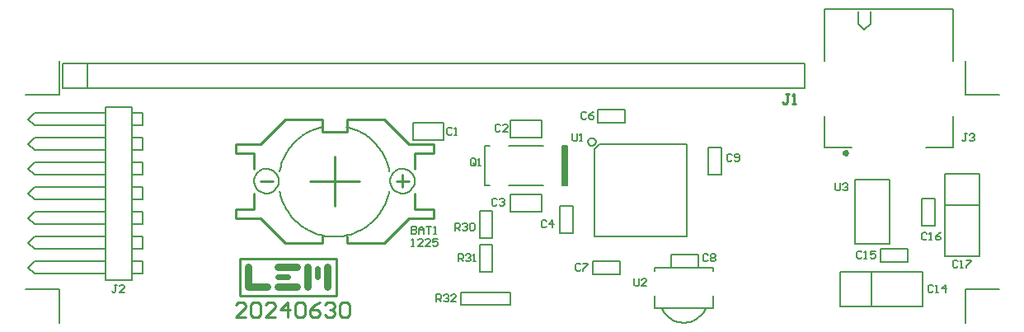
<source format=gto>
G04*
G04 #@! TF.GenerationSoftware,Altium Limited,Altium Designer,20.0.2 (26)*
G04*
G04 Layer_Color=65535*
%FSLAX24Y24*%
%MOIN*%
G70*
G01*
G75*
%ADD10C,0.0138*%
%ADD11C,0.0080*%
%ADD12C,0.0070*%
%ADD13C,0.0050*%
%ADD14C,0.0079*%
%ADD15C,0.0100*%
%ADD16C,0.0300*%
%ADD17C,0.0225*%
%ADD18R,0.0197X0.1575*%
D10*
X33254Y6875D02*
X33199Y6950D01*
X33111Y6921D01*
Y6829D01*
X33199Y6800D01*
X33254Y6875D01*
D11*
X10284Y5359D02*
X10304Y5261D01*
X10327Y5165D01*
X10356Y5069D01*
X10388Y4975D01*
X10424Y4882D01*
X10465Y4791D01*
X10509Y4701D01*
X10558Y4614D01*
X10610Y4529D01*
X10666Y4447D01*
X10725Y4367D01*
X10788Y4289D01*
X10855Y4215D01*
X10925Y4144D01*
X10997Y4075D01*
X11073Y4010D01*
X11151Y3949D01*
X11233Y3891D01*
X11316Y3837D01*
X11402Y3786D01*
X11490Y3739D01*
X11580Y3697D01*
X11672Y3658D01*
X11766Y3623D01*
X11861Y3593D01*
X11957Y3567D01*
X12054Y3545D01*
X12152Y3527D01*
X12251Y3514D01*
X12351Y3505D01*
X12450Y3501D01*
X12550Y3501D01*
X12649Y3505D01*
X12749Y3514D01*
X12848Y3527D01*
X12946Y3545D01*
X13043Y3567D01*
X13139Y3593D01*
X13234Y3623D01*
X13328Y3658D01*
X13420Y3697D01*
X13510Y3739D01*
X13598Y3786D01*
X13684Y3837D01*
X13767Y3891D01*
X13849Y3949D01*
X13927Y4010D01*
X14003Y4075D01*
X14075Y4144D01*
X14145Y4215D01*
X14212Y4289D01*
X14275Y4367D01*
X14334Y4447D01*
X14390Y4529D01*
X14442Y4614D01*
X14491Y4701D01*
X14535Y4791D01*
X14576Y4882D01*
X14612Y4975D01*
X14644Y5069D01*
X14673Y5165D01*
X14696Y5261D01*
X14716Y5359D01*
X14716Y6141D02*
X14696Y6241D01*
X14671Y6340D01*
X14642Y6437D01*
X14609Y6534D01*
X14572Y6628D01*
X14530Y6721D01*
X14484Y6812D01*
X14433Y6901D01*
X14379Y6987D01*
X14321Y7071D01*
X14260Y7152D01*
X14194Y7230D01*
X14126Y7305D01*
X14054Y7378D01*
X13978Y7446D01*
X13900Y7511D01*
X13819Y7573D01*
X13735Y7631D01*
X13649Y7685D01*
X13560Y7735D01*
X13469Y7781D01*
X13376Y7823D01*
X13281Y7860D01*
X13185Y7893D01*
X13087Y7922D01*
X12988Y7946D01*
X10250Y5750D02*
X10240Y5851D01*
X10209Y5947D01*
X10160Y6036D01*
X10094Y6112D01*
X10014Y6174D01*
X9924Y6219D01*
X9826Y6244D01*
X9725Y6249D01*
X9625Y6234D01*
X9530Y6199D01*
X9444Y6145D01*
X9371Y6076D01*
X9313Y5993D01*
X9273Y5900D01*
X9253Y5801D01*
Y5699D01*
X9273Y5600D01*
X9313Y5507D01*
X9371Y5424D01*
X9444Y5355D01*
X9530Y5301D01*
X9625Y5266D01*
X9725Y5251D01*
X9826Y5256D01*
X9924Y5281D01*
X10014Y5326D01*
X10094Y5388D01*
X10160Y5464D01*
X10209Y5553D01*
X10240Y5649D01*
X10250Y5750D01*
X15750D02*
X15740Y5851D01*
X15709Y5947D01*
X15660Y6036D01*
X15594Y6112D01*
X15514Y6174D01*
X15424Y6219D01*
X15326Y6244D01*
X15225Y6249D01*
X15125Y6234D01*
X15030Y6199D01*
X14944Y6145D01*
X14871Y6076D01*
X14813Y5993D01*
X14773Y5900D01*
X14753Y5801D01*
Y5699D01*
X14773Y5600D01*
X14813Y5507D01*
X14871Y5424D01*
X14944Y5355D01*
X15030Y5301D01*
X15125Y5266D01*
X15225Y5251D01*
X15326Y5256D01*
X15424Y5281D01*
X15514Y5326D01*
X15594Y5388D01*
X15660Y5464D01*
X15709Y5553D01*
X15740Y5649D01*
X15750Y5750D01*
X12012Y7946D02*
X11913Y7922D01*
X11815Y7893D01*
X11719Y7860D01*
X11624Y7823D01*
X11531Y7781D01*
X11440Y7735D01*
X11351Y7685D01*
X11265Y7631D01*
X11181Y7573D01*
X11100Y7511D01*
X11022Y7446D01*
X10946Y7377D01*
X10874Y7305D01*
X10806Y7230D01*
X10740Y7152D01*
X10679Y7071D01*
X10621Y6987D01*
X10567Y6901D01*
X10516Y6812D01*
X10470Y6721D01*
X10428Y6628D01*
X10391Y6534D01*
X10358Y6437D01*
X10329Y6340D01*
X10304Y6241D01*
X10284Y6141D01*
X18577Y5588D02*
Y7162D01*
X21923Y5588D02*
Y7162D01*
X21726D02*
X21923D01*
X21726Y5588D02*
Y7162D01*
Y5588D02*
X21923D01*
X19561D02*
X20939D01*
X19561Y7162D02*
X20939D01*
X18577D02*
X18774D01*
X18577Y5588D02*
X18774D01*
D12*
X25721Y621D02*
X25765Y532D01*
X25818Y447D01*
X25879Y368D01*
X25947Y296D01*
X26023Y231D01*
X26105Y174D01*
X26192Y126D01*
X26283Y87D01*
X26378Y57D01*
X26476Y37D01*
X26575Y27D01*
X26675D01*
X26774Y37D01*
X26872Y57D01*
X26967Y87D01*
X27058Y126D01*
X27145Y174D01*
X27227Y231D01*
X27303Y296D01*
X27371Y368D01*
X27432Y447D01*
X27485Y532D01*
X27529Y621D01*
X38000Y9250D02*
X39375D01*
X38000D02*
Y10625D01*
Y0D02*
Y1375D01*
X39375D01*
X1375Y0D02*
Y1375D01*
X0D02*
X1375D01*
X0Y9250D02*
X1375D01*
Y10625D01*
X2500Y9500D02*
Y10500D01*
X1500Y9500D02*
Y10500D01*
Y9500D02*
X31502D01*
X1500Y10500D02*
X31502D01*
Y9500D02*
Y10501D01*
X33925Y11875D02*
X34175Y12125D01*
X33675D02*
X33925Y11875D01*
X33675Y12125D02*
Y12625D01*
X34175Y12125D02*
Y12625D01*
X37525Y7125D02*
Y8375D01*
X36425Y7125D02*
X37525D01*
X32325D02*
X33425D01*
X32325D02*
Y8375D01*
X37525Y10625D02*
Y12725D01*
X32325Y10625D02*
Y12725D01*
X37525D01*
X3250Y1750D02*
X4313D01*
Y8750D01*
X125Y8250D02*
X375Y8500D01*
X125Y8250D02*
X375Y8000D01*
X125Y7250D02*
X375Y7500D01*
X125Y7250D02*
X375Y7000D01*
Y6500D02*
X3250D01*
X125Y6250D02*
X375Y6500D01*
Y5500D02*
X3250D01*
X125Y5250D02*
X375Y5500D01*
X125Y5250D02*
X375Y5000D01*
Y4000D02*
X3250D01*
X375Y4500D02*
X3250D01*
X125Y4250D02*
X375Y4500D01*
X125Y4250D02*
X375Y4000D01*
Y3000D02*
X3250D01*
X375Y3500D02*
X3250D01*
X125Y3250D02*
X375Y3500D01*
X125Y3250D02*
X375Y3000D01*
X125Y2250D02*
X375Y2000D01*
X125Y2250D02*
X375Y2500D01*
Y2000D02*
X3250D01*
X4313Y8000D02*
X4750D01*
Y8500D01*
X4313D02*
X4750D01*
X3250Y8750D02*
X4313D01*
X3250Y1750D02*
Y8750D01*
X4313Y7500D02*
X4750D01*
Y7000D02*
Y7500D01*
X4313Y7000D02*
X4750D01*
X4313Y6500D02*
X4750D01*
Y6000D02*
Y6500D01*
X4313Y6000D02*
X4750D01*
X4313Y5500D02*
X4750D01*
Y5000D02*
Y5500D01*
X4313Y5000D02*
X4750D01*
X4313Y4500D02*
X4750D01*
Y4000D02*
Y4500D01*
X4313Y4000D02*
X4750D01*
X4313Y3500D02*
X4750D01*
Y3000D02*
Y3500D01*
X4313Y3000D02*
X4750D01*
X4313Y2500D02*
X4750D01*
Y2000D02*
Y2500D01*
X4313Y2000D02*
X4750D01*
X375Y2500D02*
X3250D01*
X375Y5000D02*
X3250D01*
X125Y6250D02*
X375Y6000D01*
X3250D01*
X375Y7500D02*
X3250D01*
X375Y7000D02*
X3250D01*
X375Y8000D02*
X3250D01*
X375Y8500D02*
X3250D01*
X17625Y750D02*
Y1250D01*
Y750D02*
X19625D01*
Y1250D01*
X17625D02*
X19625D01*
X25444Y2235D02*
X27806D01*
Y2125D02*
Y2235D01*
X25444Y621D02*
X27806D01*
X25444Y2125D02*
Y2235D01*
Y621D02*
Y1125D01*
X27806Y621D02*
Y1125D01*
X26745Y3505D02*
Y7245D01*
X23005Y3505D02*
X26745D01*
X23005D02*
Y7048D01*
X23202Y7245D01*
X26745D01*
X33541Y3201D02*
X34959D01*
Y5799D01*
X33541D02*
X34959D01*
X33541Y3201D02*
Y5799D01*
X15675Y7400D02*
Y8100D01*
X16925D01*
Y7400D02*
Y8100D01*
X15675Y7400D02*
X16925D01*
X19625Y7525D02*
X20875D01*
Y8225D01*
X19625D02*
X20875D01*
X19625Y7525D02*
Y8225D01*
Y4525D02*
X20875D01*
Y5225D01*
X19625D02*
X20875D01*
X19625Y4525D02*
Y5225D01*
X32936Y2064D02*
X36282D01*
Y686D02*
Y2064D01*
X32936Y686D02*
X36282D01*
X32936D02*
Y2064D01*
X34216Y686D02*
Y2064D01*
X38564Y2702D02*
Y6048D01*
X37186Y2702D02*
X38564D01*
X37186D02*
Y6048D01*
X38564D01*
X37186Y4769D02*
X38564D01*
X32750Y5675D02*
Y5425D01*
X32800Y5375D01*
X32900D01*
X32950Y5425D01*
Y5675D01*
X33050Y5625D02*
X33100Y5675D01*
X33200D01*
X33250Y5625D01*
Y5575D01*
X33200Y5525D01*
X33150D01*
X33200D01*
X33250Y5475D01*
Y5425D01*
X33200Y5375D01*
X33100D01*
X33050Y5425D01*
X24625Y1800D02*
Y1550D01*
X24675Y1500D01*
X24775D01*
X24825Y1550D01*
Y1800D01*
X25125Y1500D02*
X24925D01*
X25125Y1700D01*
Y1750D01*
X25075Y1800D01*
X24975D01*
X24925Y1750D01*
X22125Y7675D02*
Y7425D01*
X22175Y7375D01*
X22275D01*
X22325Y7425D01*
Y7675D01*
X22425Y7375D02*
X22525D01*
X22475D01*
Y7675D01*
X22425Y7625D01*
X16625Y875D02*
Y1175D01*
X16775D01*
X16825Y1125D01*
Y1025D01*
X16775Y975D01*
X16625D01*
X16725D02*
X16825Y875D01*
X16925Y1125D02*
X16975Y1175D01*
X17075D01*
X17125Y1125D01*
Y1075D01*
X17075Y1025D01*
X17025D01*
X17075D01*
X17125Y975D01*
Y925D01*
X17075Y875D01*
X16975D01*
X16925Y925D01*
X17425Y875D02*
X17225D01*
X17425Y1075D01*
Y1125D01*
X17375Y1175D01*
X17275D01*
X17225Y1125D01*
X17500Y2500D02*
Y2800D01*
X17650D01*
X17700Y2750D01*
Y2650D01*
X17650Y2600D01*
X17500D01*
X17600D02*
X17700Y2500D01*
X17800Y2750D02*
X17850Y2800D01*
X17950D01*
X18000Y2750D01*
Y2700D01*
X17950Y2650D01*
X17900D01*
X17950D01*
X18000Y2600D01*
Y2550D01*
X17950Y2500D01*
X17850D01*
X17800Y2550D01*
X18100Y2500D02*
X18200D01*
X18150D01*
Y2800D01*
X18100Y2750D01*
X17375Y3750D02*
Y4050D01*
X17525D01*
X17575Y4000D01*
Y3900D01*
X17525Y3850D01*
X17375D01*
X17475D02*
X17575Y3750D01*
X17675Y4000D02*
X17725Y4050D01*
X17825D01*
X17875Y4000D01*
Y3950D01*
X17825Y3900D01*
X17775D01*
X17825D01*
X17875Y3850D01*
Y3800D01*
X17825Y3750D01*
X17725D01*
X17675Y3800D01*
X17975Y4000D02*
X18025Y4050D01*
X18125D01*
X18175Y4000D01*
Y3800D01*
X18125Y3750D01*
X18025D01*
X17975Y3800D01*
Y4000D01*
X18200Y6425D02*
Y6625D01*
X18150Y6675D01*
X18050D01*
X18000Y6625D01*
Y6425D01*
X18050Y6375D01*
X18150D01*
X18100Y6475D02*
X18200Y6375D01*
X18150D02*
X18200Y6425D01*
X18300Y6375D02*
X18400D01*
X18350D01*
Y6675D01*
X18300Y6625D01*
X38075Y7675D02*
X37975D01*
X38025D01*
Y7425D01*
X37975Y7375D01*
X37925D01*
X37875Y7425D01*
X38175Y7625D02*
X38225Y7675D01*
X38325D01*
X38375Y7625D01*
Y7575D01*
X38325Y7525D01*
X38275D01*
X38325D01*
X38375Y7475D01*
Y7425D01*
X38325Y7375D01*
X38225D01*
X38175Y7425D01*
X3700Y1550D02*
X3600D01*
X3650D01*
Y1300D01*
X3600Y1250D01*
X3550D01*
X3500Y1300D01*
X4000Y1250D02*
X3800D01*
X4000Y1450D01*
Y1500D01*
X3950Y1550D01*
X3850D01*
X3800Y1500D01*
X37700Y2500D02*
X37650Y2550D01*
X37550D01*
X37500Y2500D01*
Y2300D01*
X37550Y2250D01*
X37650D01*
X37700Y2300D01*
X37800Y2250D02*
X37900D01*
X37850D01*
Y2550D01*
X37800Y2500D01*
X38050Y2550D02*
X38250D01*
Y2500D01*
X38050Y2300D01*
Y2250D01*
X36450Y3625D02*
X36400Y3675D01*
X36300D01*
X36250Y3625D01*
Y3425D01*
X36300Y3375D01*
X36400D01*
X36450Y3425D01*
X36550Y3375D02*
X36650D01*
X36600D01*
Y3675D01*
X36550Y3625D01*
X37000Y3675D02*
X36900Y3625D01*
X36800Y3525D01*
Y3425D01*
X36850Y3375D01*
X36950D01*
X37000Y3425D01*
Y3475D01*
X36950Y3525D01*
X36800D01*
X33825Y2875D02*
X33775Y2925D01*
X33675D01*
X33625Y2875D01*
Y2675D01*
X33675Y2625D01*
X33775D01*
X33825Y2675D01*
X33925Y2625D02*
X34025D01*
X33975D01*
Y2925D01*
X33925Y2875D01*
X34375Y2925D02*
X34175D01*
Y2775D01*
X34275Y2825D01*
X34325D01*
X34375Y2775D01*
Y2675D01*
X34325Y2625D01*
X34225D01*
X34175Y2675D01*
X36700Y1500D02*
X36650Y1550D01*
X36550D01*
X36500Y1500D01*
Y1300D01*
X36550Y1250D01*
X36650D01*
X36700Y1300D01*
X36800Y1250D02*
X36900D01*
X36850D01*
Y1550D01*
X36800Y1500D01*
X37200Y1250D02*
Y1550D01*
X37050Y1400D01*
X37250D01*
X28575Y6800D02*
X28525Y6850D01*
X28425D01*
X28375Y6800D01*
Y6600D01*
X28425Y6550D01*
X28525D01*
X28575Y6600D01*
X28675D02*
X28725Y6550D01*
X28825D01*
X28875Y6600D01*
Y6800D01*
X28825Y6850D01*
X28725D01*
X28675Y6800D01*
Y6750D01*
X28725Y6700D01*
X28875D01*
X27606Y2750D02*
X27556Y2800D01*
X27456D01*
X27406Y2750D01*
Y2550D01*
X27456Y2500D01*
X27556D01*
X27606Y2550D01*
X27706Y2750D02*
X27756Y2800D01*
X27856D01*
X27906Y2750D01*
Y2700D01*
X27856Y2650D01*
X27906Y2600D01*
Y2550D01*
X27856Y2500D01*
X27756D01*
X27706Y2550D01*
Y2600D01*
X27756Y2650D01*
X27706Y2700D01*
Y2750D01*
X27756Y2650D02*
X27856D01*
X22450Y2375D02*
X22400Y2425D01*
X22300D01*
X22250Y2375D01*
Y2175D01*
X22300Y2125D01*
X22400D01*
X22450Y2175D01*
X22550Y2425D02*
X22750D01*
Y2375D01*
X22550Y2175D01*
Y2125D01*
X22680Y8500D02*
X22630Y8550D01*
X22530D01*
X22480Y8500D01*
Y8300D01*
X22530Y8250D01*
X22630D01*
X22680Y8300D01*
X22980Y8550D02*
X22880Y8500D01*
X22780Y8400D01*
Y8300D01*
X22830Y8250D01*
X22930D01*
X22980Y8300D01*
Y8350D01*
X22930Y8400D01*
X22780D01*
X21075Y4125D02*
X21025Y4175D01*
X20925D01*
X20875Y4125D01*
Y3925D01*
X20925Y3875D01*
X21025D01*
X21075Y3925D01*
X21325Y3875D02*
Y4175D01*
X21175Y4025D01*
X21375D01*
X19075Y5000D02*
X19025Y5050D01*
X18925D01*
X18875Y5000D01*
Y4800D01*
X18925Y4750D01*
X19025D01*
X19075Y4800D01*
X19175Y5000D02*
X19225Y5050D01*
X19325D01*
X19375Y5000D01*
Y4950D01*
X19325Y4900D01*
X19275D01*
X19325D01*
X19375Y4850D01*
Y4800D01*
X19325Y4750D01*
X19225D01*
X19175Y4800D01*
X19200Y8000D02*
X19150Y8050D01*
X19050D01*
X19000Y8000D01*
Y7800D01*
X19050Y7750D01*
X19150D01*
X19200Y7800D01*
X19500Y7750D02*
X19300D01*
X19500Y7950D01*
Y8000D01*
X19450Y8050D01*
X19350D01*
X19300Y8000D01*
X17250Y7875D02*
X17200Y7925D01*
X17100D01*
X17050Y7875D01*
Y7675D01*
X17100Y7625D01*
X17200D01*
X17250Y7675D01*
X17350Y7625D02*
X17450D01*
X17400D01*
Y7925D01*
X17350Y7875D01*
X15625Y3925D02*
Y3625D01*
X15775D01*
X15825Y3675D01*
Y3725D01*
X15775Y3775D01*
X15625D01*
X15775D01*
X15825Y3825D01*
Y3875D01*
X15775Y3925D01*
X15625D01*
X15925Y3625D02*
Y3825D01*
X16025Y3925D01*
X16125Y3825D01*
Y3625D01*
Y3775D01*
X15925D01*
X16225Y3925D02*
X16425D01*
X16325D01*
Y3625D01*
X16525D02*
X16625D01*
X16575D01*
Y3925D01*
X16525Y3875D01*
X15625Y3125D02*
X15725D01*
X15675D01*
Y3425D01*
X15625Y3375D01*
X16075Y3125D02*
X15875D01*
X16075Y3325D01*
Y3375D01*
X16025Y3425D01*
X15925D01*
X15875Y3375D01*
X16375Y3125D02*
X16175D01*
X16375Y3325D01*
Y3375D01*
X16325Y3425D01*
X16225D01*
X16175Y3375D01*
X16675Y3425D02*
X16475D01*
Y3275D01*
X16575Y3325D01*
X16625D01*
X16675Y3275D01*
Y3175D01*
X16625Y3125D01*
X16525D01*
X16475Y3175D01*
D13*
X23064Y7344D02*
X23034Y7436D01*
X22955Y7493D01*
X22858D01*
X22779Y7436D01*
X22749Y7344D01*
X22779Y7251D01*
X22858Y7194D01*
X22955D01*
X23034Y7251D01*
X23064Y7344D01*
D14*
X26106Y2237D02*
X27206D01*
X26106D02*
Y2763D01*
X27206D01*
Y2237D02*
Y2763D01*
X24250Y8112D02*
Y8637D01*
X23150D02*
X24250D01*
X23150Y8112D02*
Y8637D01*
Y8112D02*
X24250D01*
X18362Y3450D02*
Y4550D01*
X18887D01*
Y3450D02*
Y4550D01*
X18362Y3450D02*
X18887D01*
Y2075D02*
Y3175D01*
X18362Y2075D02*
X18887D01*
X18362D02*
Y3175D01*
X18887D01*
X35675Y2488D02*
Y3013D01*
X34575D02*
X35675D01*
X34575Y2488D02*
Y3013D01*
Y2488D02*
X35675D01*
X36237Y3950D02*
X36762D01*
Y5050D01*
X36237D02*
X36762D01*
X36237Y3950D02*
Y5050D01*
X21613Y4745D02*
X22137D01*
X21613Y3645D02*
Y4745D01*
Y3645D02*
X22137D01*
Y4745D01*
X27613Y7100D02*
X28138D01*
X27613Y6000D02*
Y7100D01*
Y6000D02*
X28138D01*
Y7100D01*
X22940Y1988D02*
Y2512D01*
Y1988D02*
X24040D01*
Y2512D01*
X22940D02*
X24040D01*
D15*
X8675Y2625D02*
X12575D01*
X8675Y1125D02*
Y2625D01*
Y1125D02*
X12575D01*
Y2625D01*
X9500Y5750D02*
X10000D01*
X15000D02*
X15500D01*
X15250Y5500D02*
Y6000D01*
X8500Y6875D02*
Y7250D01*
Y4250D02*
Y4625D01*
X16500Y6875D02*
Y7250D01*
Y4250D02*
Y4625D01*
X10500Y8250D02*
X12000D01*
X9500Y7250D02*
X10500Y8250D01*
X14500D02*
X15500Y7250D01*
X14500Y3250D02*
X15500Y4250D01*
X8500Y7250D02*
X9500D01*
X8500Y4250D02*
X9500D01*
X15500Y7250D02*
X16500D01*
X15500Y4250D02*
X16500D01*
X9750Y4000D02*
X10500Y3250D01*
X9500Y4250D02*
X9750Y4000D01*
X13000Y3250D02*
X14500D01*
X13000D02*
Y3500D01*
X10500Y3250D02*
X12000D01*
Y3500D01*
X13000Y7750D02*
Y8250D01*
X12000Y7750D02*
X13000D01*
X12000D02*
Y8250D01*
X13000D02*
X14500D01*
X8500Y4625D02*
X9250D01*
Y5250D01*
X8500Y6875D02*
X9250D01*
Y6250D02*
Y6875D01*
X15750Y4625D02*
X16500D01*
X15750D02*
Y5250D01*
Y6875D02*
X16500D01*
X15750Y6250D02*
Y6875D01*
X12500Y4750D02*
Y6750D01*
X11500Y5750D02*
X13500D01*
X8900Y250D02*
X8500D01*
X8900Y650D01*
Y750D01*
X8800Y850D01*
X8600D01*
X8500Y750D01*
X9100D02*
X9200Y850D01*
X9400D01*
X9500Y750D01*
Y350D01*
X9400Y250D01*
X9200D01*
X9100Y350D01*
Y750D01*
X10099Y250D02*
X9700D01*
X10099Y650D01*
Y750D01*
X10000Y850D01*
X9800D01*
X9700Y750D01*
X10599Y250D02*
Y850D01*
X10299Y550D01*
X10699D01*
X10899Y750D02*
X10999Y850D01*
X11199D01*
X11299Y750D01*
Y350D01*
X11199Y250D01*
X10999D01*
X10899Y350D01*
Y750D01*
X11899Y850D02*
X11699Y750D01*
X11499Y550D01*
Y350D01*
X11599Y250D01*
X11799D01*
X11899Y350D01*
Y450D01*
X11799Y550D01*
X11499D01*
X12099Y750D02*
X12199Y850D01*
X12399D01*
X12499Y750D01*
Y650D01*
X12399Y550D01*
X12299D01*
X12399D01*
X12499Y450D01*
Y350D01*
X12399Y250D01*
X12199D01*
X12099Y350D01*
X12699Y750D02*
X12799Y850D01*
X12999D01*
X13099Y750D01*
Y350D01*
X12999Y250D01*
X12799D01*
X12699Y350D01*
Y750D01*
X30892Y9275D02*
X30758D01*
X30825D01*
Y8942D01*
X30758Y8875D01*
X30692D01*
X30625Y8942D01*
X31025Y8875D02*
X31158D01*
X31092D01*
Y9275D01*
X31025Y9208D01*
D16*
X9025Y1475D02*
Y2275D01*
Y1475D02*
X9775D01*
X10225Y2275D02*
X10975D01*
X10225Y1475D02*
X10975D01*
X11425D02*
Y2275D01*
X12225Y1475D02*
Y2275D01*
D17*
X10225Y1875D02*
X10625D01*
X11825D02*
Y2225D01*
D18*
X21825Y6375D02*
D03*
M02*

</source>
